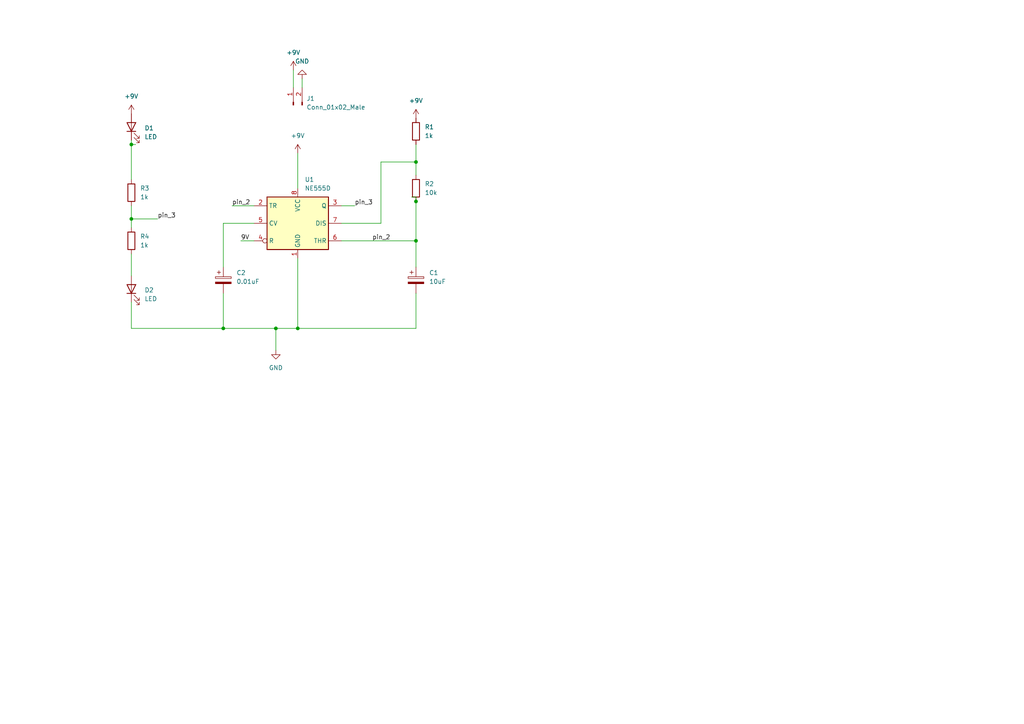
<source format=kicad_sch>
(kicad_sch (version 20211123) (generator eeschema)
  (paper "A4")
  (lib_symbols
    (symbol "Connector:Conn_01x02_Male" (pin_names (offset 1.016) hide)
      (property "Reference" "J" (at 0 2.54 0))
      (property "Value" "Conn_01x02_Male" (at 0 -5.08 0))
      (symbol "Conn_01x02_Male_1_1"
        (polyline (pts (xy 1.27 -2.54) (xy 0.8636 -2.54)) (stroke (width 0.1524)))
        (polyline (pts (xy 1.27 0) (xy 0.8636 0)) (stroke (width 0.1524)))
        (rectangle (start 0.8636 -2.413) (end 0 -2.667) (stroke (width 0.1524)) (fill (type outline)))
        (rectangle (start 0.8636 0.127) (end 0 -0.127) (stroke (width 0.1524)) (fill (type outline)))
        (pin passive line (at 5.08 0 180) (length 3.81) (name "Pin_1") (number "1"))
        (pin passive line (at 5.08 -2.54 180) (length 3.81) (name "Pin_2") (number "2"))
      )
    )
    (symbol "Device:C_Polarized" (pin_numbers hide) (pin_names (offset 0.254))
      (property "Reference" "C" (at 0.635 2.54 0))
      (property "Value" "C_Polarized" (at 0.635 -2.54 0))
      (symbol "C_Polarized_0_1"
        (rectangle (start -2.286 0.508) (end 2.286 1.016))
        (polyline (pts (xy -1.778 2.286) (xy -0.762 2.286)))
        (polyline (pts (xy -1.27 2.794) (xy -1.27 1.778)))
        (rectangle (start 2.286 -0.508) (end -2.286 -1.016) (fill (type outline)))
      )
      (symbol "C_Polarized_1_1"
        (pin passive line (at 0 3.81 270) (length 2.794) (name "~") (number "1"))
        (pin passive line (at 0 -3.81 90) (length 2.794) (name "~") (number "2"))
      )
    )
    (symbol "Device:LED" (pin_numbers hide) (pin_names (offset 1.016) hide)
      (property "Reference" "D" (at 0 2.54 0))
      (property "Value" "LED" (at 0 -2.54 0))
      (symbol "LED_0_1"
        (polyline (pts (xy -1.27 -1.27) (xy -1.27 1.27)) (stroke (width 0.254)))
        (polyline (pts (xy -1.27 0) (xy 1.27 0)))
        (polyline (pts (xy 1.27 -1.27) (xy 1.27 1.27) (xy -1.27 0) (xy 1.27 -1.27)) (stroke (width 0.254)))
        (polyline (pts (xy -3.048 -0.762) (xy -4.572 -2.286) (xy -3.81 -2.286) (xy -4.572 -2.286) (xy -4.572 -1.524)))
        (polyline (pts (xy -1.778 -0.762) (xy -3.302 -2.286) (xy -2.54 -2.286) (xy -3.302 -2.286) (xy -3.302 -1.524)))
      )
      (symbol "LED_1_1"
        (pin passive line (at -3.81 0 0) (length 2.54) (name "K") (number "1"))
        (pin passive line (at 3.81 0 180) (length 2.54) (name "A") (number "2"))
      )
    )
    (symbol "Device:R" (pin_numbers hide) (pin_names (offset 0))
      (property "Reference" "R" (at 2.032 0 90))
      (property "Value" "R" (at 0 0 90))
      (symbol "R_0_1"
        (rectangle (start -1.016 -2.54) (end 1.016 2.54) (stroke (width 0.254)))
      )
      (symbol "R_1_1"
        (pin passive line (at 0 3.81 270) (length 1.27) (name "~") (number "1"))
        (pin passive line (at 0 -3.81 90) (length 1.27) (name "~") (number "2"))
      )
    )
    (symbol "Timer:NE555D"
      (property "Reference" "U" (at -10.16 8.89 0))
      (property "Value" "NE555D" (at 2.54 8.89 0))
      (symbol "NE555D_0_0"
        (pin power_in line (at 0 -10.16 90) (length 2.54) (name "GND") (number "1"))
        (pin power_in line (at 0 10.16 270) (length 2.54) (name "VCC") (number "8"))
      )
      (symbol "NE555D_0_1"
        (rectangle (start -8.89 -7.62) (end 8.89 7.62) (stroke (width 0.254)) (fill (type background)))
        (rectangle (start -8.89 -7.62) (end 8.89 7.62) (stroke (width 0.254)) (fill (type background)))
      )
      (symbol "NE555D_1_1"
        (pin input line (at -12.7 5.08 0) (length 3.81) (name "TR") (number "2"))
        (pin output line (at 12.7 5.08 180) (length 3.81) (name "Q") (number "3"))
        (pin input inverted (at -12.7 -5.08 0) (length 3.81) (name "R") (number "4"))
        (pin input line (at -12.7 0 0) (length 3.81) (name "CV") (number "5"))
        (pin input line (at 12.7 -5.08 180) (length 3.81) (name "THR") (number "6"))
        (pin input line (at 12.7 0 180) (length 3.81) (name "DIS") (number "7"))
      )
    )
    (symbol "power:+9V" (power) (pin_names (offset 0))
      (property "Value" "+9V" (at 0 3.556 0))
      (symbol "+9V_0_1"
        (polyline (pts (xy -0.762 1.27) (xy 0 2.54)))
        (polyline (pts (xy 0 0) (xy 0 2.54)))
        (polyline (pts (xy 0 2.54) (xy 0.762 1.27)))
      )
      (symbol "+9V_1_1"
        (pin power_in line (at 0 0 90) (length 0) hide (name "+9V") (number "1"))
      )
    )
    (symbol "power:GND" (power) (pin_names (offset 0))
      (property "Value" "GND" (at 0 -3.81 0))
      (symbol "GND_0_1"
        (polyline (pts (xy 0 0) (xy 0 -1.27) (xy 1.27 -1.27) (xy 0 -2.54) (xy -1.27 -1.27) (xy 0 -1.27)))
      )
      (symbol "GND_1_1"
        (pin power_in line (at 0 0 270) (length 0) hide (name "GND") (number "1"))
      )
    )
  )
  (junction (at 86.36 95.25))
  (junction (at 38.1 41.91))
  (junction (at 38.1 63.5))
  (junction (at 120.65 46.99))
  (junction (at 80.01 95.25))
  (junction (at 120.65 58.42))
  (junction (at 120.65 69.85))
  (junction (at 64.77 95.25))
  (wire (pts (xy 80.01 95.25) (xy 64.77 95.25)))
  (wire (pts (xy 64.77 64.77) (xy 64.77 77.47)))
  (wire (pts (xy 38.1 63.5) (xy 45.72 63.5)))
  (wire (pts (xy 120.65 46.99) (xy 110.49 46.99)))
  (wire (pts (xy 86.36 95.25) (xy 80.01 95.25)))
  (wire (pts (xy 73.66 64.77) (xy 64.77 64.77)))
  (wire (pts (xy 38.1 41.91) (xy 38.1 52.07)))
  (wire (pts (xy 38.1 73.66) (xy 38.1 80.01)))
  (wire (pts (xy 67.31 59.69) (xy 73.66 59.69)))
  (wire (pts (xy 38.1 40.64) (xy 38.1 41.91)))
  (wire (pts (xy 120.65 58.42) (xy 120.65 69.85)))
  (wire (pts (xy 120.65 69.85) (xy 120.65 77.47)))
  (wire (pts (xy 120.65 46.99) (xy 120.65 50.8)))
  (wire (pts (xy 87.63 22.86) (xy 87.63 25.4)))
  (wire (pts (xy 38.1 59.69) (xy 38.1 63.5)))
  (wire (pts (xy 64.77 95.25) (xy 38.1 95.25)))
  (wire (pts (xy 80.01 101.6) (xy 80.01 95.25)))
  (wire (pts (xy 38.1 63.5) (xy 38.1 66.04)))
  (wire (pts (xy 64.77 85.09) (xy 64.77 95.25)))
  (wire (pts (xy 38.1 95.25) (xy 38.1 87.63)))
  (wire (pts (xy 99.06 59.69) (xy 102.87 59.69)))
  (wire (pts (xy 110.49 46.99) (xy 110.49 64.77)))
  (wire (pts (xy 69.85 69.85) (xy 73.66 69.85)))
  (wire (pts (xy 120.65 95.25) (xy 86.36 95.25)))
  (wire (pts (xy 39.37 41.91) (xy 38.1 41.91)))
  (wire (pts (xy 120.65 85.09) (xy 120.65 95.25)))
  (wire (pts (xy 85.09 20.32) (xy 85.09 25.4)))
  (wire (pts (xy 86.36 44.45) (xy 86.36 54.61)))
  (wire (pts (xy 99.06 69.85) (xy 120.65 69.85)))
  (wire (pts (xy 86.36 74.93) (xy 86.36 95.25)))
  (wire (pts (xy 120.65 57.15) (xy 120.65 58.42)))
  (wire (pts (xy 119.38 57.15) (xy 120.65 57.15)))
  (wire (pts (xy 120.65 41.91) (xy 120.65 46.99)))
  (wire (pts (xy 110.49 64.77) (xy 99.06 64.77)))
  (label "9V" (at 69.85 69.85 0))
  (label "pin_3" (at 102.87 59.69 0))
  (label "pin_2" (at 107.95 69.85 0))
  (label "pin_2" (at 67.31 59.69 0))
  (label "pin_3" (at 45.72 63.5 0))
  (symbol (lib_id "Device:R") (at 120.65 38.1 0) (unit 1)
    (property "Reference" "R1" (at 123.19 36.8299 0) (effects (justify left)))
    (property "Value" "1k" (at 123.19 39.3699 0) (effects (justify left)))
  )
  (symbol (lib_id "Device:R") (at 38.1 69.85 0) (unit 1)
    (property "Reference" "R4" (at 40.64 68.5799 0) (effects (justify left)))
    (property "Value" "1k" (at 40.64 71.1199 0) (effects (justify left)))
  )
  (symbol (lib_id "power:GND") (at 87.63 22.86 180) (unit 1)
    (property "Reference" "#PWR?" (effects hide))
    (property "Value" "GND" (at 87.63 17.78 0))
  )
  (symbol (lib_id "Timer:NE555D") (at 86.36 64.77 0) (unit 1)
    (property "Reference" "U1" (at 88.3794 52.07 0) (effects (justify left)))
    (property "Value" "NE555D" (at 88.3794 54.61 0) (effects (justify left)))
    (property "Footprint" "Package_SO:SOIC-8_3.9x4.9mm_P1.27mm" (effects hide))
    (property "Datasheet" "http://www.ti.com/lit/ds/symlink/ne555.pdf" (effects hide))
  )
  (symbol (lib_id "Device:C_Polarized") (at 120.65 81.28 0) (unit 1)
    (property "Reference" "C1" (at 124.46 79.1209 0) (effects (justify left)))
    (property "Value" "10uF" (at 124.46 81.6609 0) (effects (justify left)))
  )
  (symbol (lib_id "Device:LED") (at 38.1 36.83 90) (unit 1)
    (property "Reference" "D1" (at 41.91 37.1474 90) (effects (justify right)))
    (property "Value" "LED" (at 41.91 39.6874 90) (effects (justify right)))
  )
  (symbol (lib_id "power:+9V") (at 85.09 20.32 0) (unit 1)
    (property "Reference" "#PWR?" (effects hide))
    (property "Value" "+9V" (at 85.09 15.24 0))
  )
  (symbol (lib_id "power:GND") (at 80.01 101.6 0) (unit 1)
    (property "Reference" "#PWR?" (effects hide))
    (property "Value" "GND" (at 80.01 106.68 0))
  )
  (symbol (lib_id "power:+9V") (at 38.1 33.02 0) (unit 1)
    (property "Reference" "#PWR?" (effects hide))
    (property "Value" "+9V" (at 38.1 27.94 0))
  )
  (symbol (lib_id "power:+9V") (at 86.36 44.45 0) (unit 1)
    (property "Reference" "#PWR?" (effects hide))
    (property "Value" "+9V" (at 86.36 39.37 0))
  )
  (symbol (lib_id "Device:R") (at 120.65 54.61 0) (unit 1)
    (property "Reference" "R2" (at 123.19 53.3399 0) (effects (justify left)))
    (property "Value" "10k" (at 123.19 55.8799 0) (effects (justify left)))
  )
  (symbol (lib_id "Device:LED") (at 38.1 83.82 90) (unit 1)
    (property "Reference" "D2" (at 41.91 84.1374 90) (effects (justify right)))
    (property "Value" "LED" (at 41.91 86.6774 90) (effects (justify right)))
  )
  (symbol (lib_id "Device:C_Polarized") (at 64.77 81.28 0) (unit 1)
    (property "Reference" "C2" (at 68.58 79.1209 0) (effects (justify left)))
    (property "Value" "0.01uF" (at 68.58 81.6609 0) (effects (justify left)))
  )
  (symbol (lib_id "power:+9V") (at 120.65 34.29 0) (unit 1)
    (property "Reference" "#PWR?" (effects hide))
    (property "Value" "+9V" (at 120.65 29.21 0))
  )
  (symbol (lib_id "Device:R") (at 38.1 55.88 0) (unit 1)
    (property "Reference" "R3" (at 40.64 54.6099 0) (effects (justify left)))
    (property "Value" "1k" (at 40.64 57.1499 0) (effects (justify left)))
  )
  (symbol (lib_id "Connector:Conn_01x02_Male") (at 85.09 30.48 90) (unit 1)
    (property "Reference" "J1" (at 88.9 28.5749 90) (effects (justify right)))
    (property "Value" "Conn_01x02_Male" (at 88.9 31.1149 90) (effects (justify right)))
  )
)
</source>
